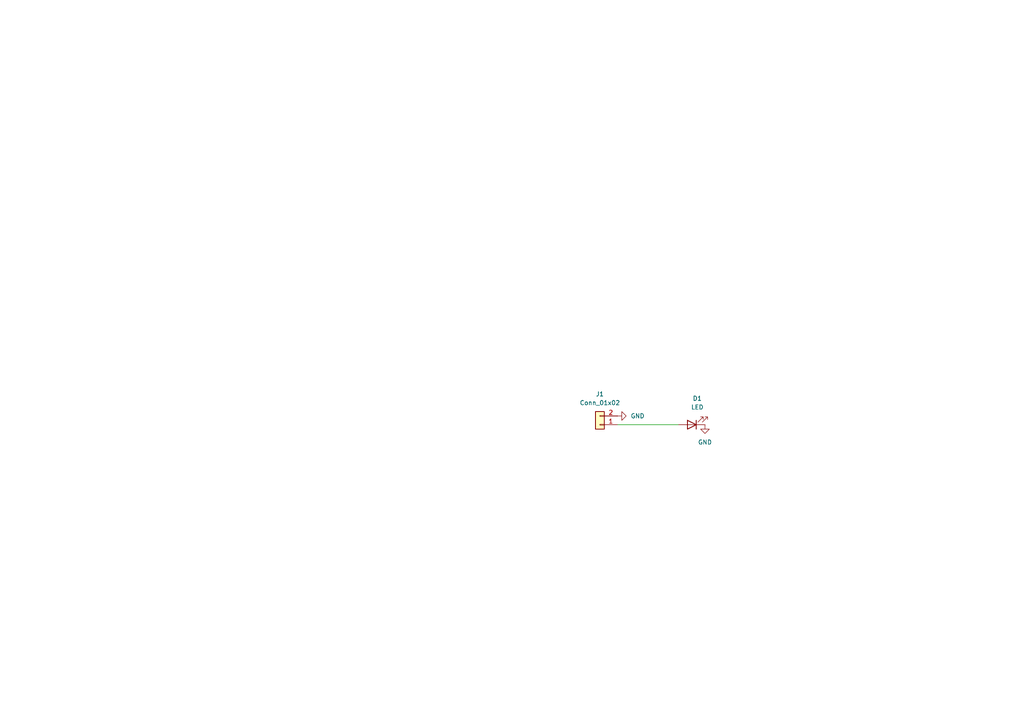
<source format=kicad_sch>
(kicad_sch (version 20250114) (generator "eeschema") (generator_version "9.0")
  (paper "A4")
  (title_block (title "IPRL Sign LED") (date "2025-04-17") (rev "1") (company "Imperial Planetary Robotics Lab"))
  (lib_symbols
    (symbol "Connector_Generic:Conn_01x02" (pin_names (offset 1.016) (hide yes))
      (property "Reference" "J" (at 0 2.54 0))
      (property "Value" "Conn_01x02" (at 0 -5.08 0))
      (symbol "Conn_01x02_1_1"
        (rectangle (start -1.27 1.27) (end 1.27 -3.81) (stroke (width 0.254)) (fill (type background)))
        (rectangle (start -1.27 0.127) (end 0 -0.127) (stroke (width 0.1524)))
        (rectangle (start -1.27 -2.413) (end 0 -2.667) (stroke (width 0.1524)))
        (pin passive line (at -5.08 0 0) (length 3.81) (name "Pin_1") (number "1"))
        (pin passive line (at -5.08 -2.54 0) (length 3.81) (name "Pin_2") (number "2"))
      )
    )
    (symbol "Device:LED" (pin_numbers (hide yes)) (pin_names (offset 1.016) (hide yes))
      (property "Reference" "D" (at 0 2.54 0))
      (property "Value" "LED" (at 0 -2.54 0))
      (symbol "LED_0_1"
        (polyline (pts (xy -3.048 -0.762) (xy -4.572 -2.286) (xy -3.81 -2.286) (xy -4.572 -2.286) (xy -4.572 -1.524)))
        (polyline (pts (xy -1.778 -0.762) (xy -3.302 -2.286) (xy -2.54 -2.286) (xy -3.302 -2.286) (xy -3.302 -1.524)))
        (polyline (pts (xy -1.27 0) (xy 1.27 0)))
        (polyline (pts (xy -1.27 -1.27) (xy -1.27 1.27)) (stroke (width 0.254)))
        (polyline (pts (xy 1.27 -1.27) (xy 1.27 1.27) (xy -1.27 0) (xy 1.27 -1.27)) (stroke (width 0.254)))
      )
      (symbol "LED_1_1"
        (pin passive line (at -3.81 0 0) (length 2.54) (name "K") (number "1"))
        (pin passive line (at 3.81 0 180) (length 2.54) (name "A") (number "2"))
      )
    )
    (symbol "power:GND" (power) (pin_numbers (hide yes)) (pin_names (offset 0) (hide yes))
      (property "Value" "GND" (at 0 -3.81 0))
      (symbol "GND_0_1"
        (polyline (pts (xy 0 0) (xy 0 -1.27) (xy 1.27 -1.27) (xy 0 -2.54) (xy -1.27 -1.27) (xy 0 -1.27)))
      )
      (symbol "GND_1_1"
        (pin power_in line (at 0 0 270) (length 0) (name "~") (number "1"))
      )
    )
  )
  (wire (pts (xy 179.07 123.19) (xy 196.85 123.19)))
  (symbol (lib_id "power:GND") (at 204.47 123.19 0) (unit 1)
    (property "Reference" "#PWR01" (effects (hide yes)))
    (property "Value" "GND" (at 204.47 128.27 0))
    (property "Description" "Power symbol creates a global label with name \"GND\" , ground" (effects (hide yes)))
  )
  (symbol (lib_id "Connector_Generic:Conn_01x02") (at 173.99 123.19 180) (unit 1)
    (property "Reference" "J1" (at 173.99 114.3 0))
    (property "Value" "Conn_01x02" (at 173.99 116.84 0))
    (property "Footprint" "Connector_Samtec_HPM_THT:Samtec_HPM-02-01-x-S_Straight_1x02_Pitch5.08mm" (effects (hide yes)))
    (property "Description" "Generic connector, single row, 01x02, script generated (kicad-library-utils/schlib/autogen/connector/)" (effects (hide yes)))
  )
  (symbol (lib_id "power:GND") (at 179.07 120.65 90) (unit 1)
    (property "Reference" "#PWR02" (effects (hide yes)))
    (property "Value" "GND" (at 182.88 120.6499 90) (effects (justify right)))
    (property "Description" "Power symbol creates a global label with name \"GND\" , ground" (effects (hide yes)))
  )
  (symbol (lib_id "Device:LED") (at 200.66 123.19 180) (unit 1)
    (property "Reference" "D1" (at 202.2475 115.57 0))
    (property "Value" "LED" (at 202.2475 118.11 0))
    (property "Footprint" "LED_THT:LED_D5.0mm" (effects (hide yes)))
    (property "Description" "Light emitting diode" (effects (hide yes)))
    (property "Sim.Pins" "1=K 2=A" (effects (hide yes)))
  )
)
</source>
